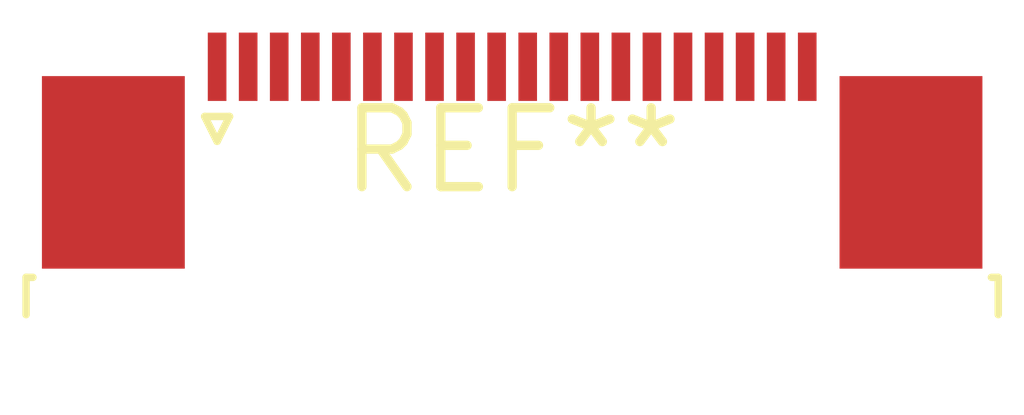
<source format=kicad_pcb>
(kicad_pcb (version 20240108) (generator pcbnew)
  (layers (0 "F.Cu" signal) (31 "B.Cu" signal) (34 "B.Paste" user) (35 "F.Paste" user) (36 "B.SilkS" user "B.Silkscreen") (37 "F.SilkS" user "F.Silkscreen") (38 "B.Mask" user) (39 "F.Mask" user) (44 "Edge.Cuts" user))
  (net 0 "")
  (footprint "TE_2-1734839-0_1x20-1MP_P0.5mm_Horizontal" (layer "F.Cu") (at 0 0)
    (property "Reference" "REF**")
    (property "Value" "PCB Edge")
    (fp_line (start -7.825 2.04) (end -7.825 2.64) (layer "F.SilkS") (stroke (width 0.12)))
    (fp_line (start -7.715 2.04) (end -7.825 2.04) (layer "F.SilkS") (stroke (width 0.12)))
    (fp_line (start -4.95 -0.55) (end -4.75 -0.15) (layer "F.SilkS") (stroke (width 0.12)))
    (fp_line (start -4.75 -0.15) (end -4.55 -0.55) (layer "F.SilkS") (stroke (width 0.12)))
    (fp_line (start -4.55 -0.55) (end -4.95 -0.55) (layer "F.SilkS") (stroke (width 0.12)))
    (fp_line (start 7.715 2.04) (end 7.825 2.04) (layer "F.SilkS") (stroke (width 0.12)))
    (fp_line (start 7.825 2.04) (end 7.825 2.64) (layer "F.SilkS") (stroke (width 0.12)))
    (pad "1" smd rect (at -4.75 -1.35) (size 0.3 1.1) (layers "F.Cu" "F.Paste" "F.Mask"))
    (pad "2" smd rect (at -4.25 -1.35) (size 0.3 1.1) (layers "F.Cu" "F.Paste" "F.Mask"))
    (pad "3" smd rect (at -3.75 -1.35) (size 0.3 1.1) (layers "F.Cu" "F.Paste" "F.Mask"))
    (pad "4" smd rect (at -3.25 -1.35) (size 0.3 1.1) (layers "F.Cu" "F.Paste" "F.Mask"))
    (pad "5" smd rect (at -2.75 -1.35) (size 0.3 1.1) (layers "F.Cu" "F.Paste" "F.Mask"))
    (pad "6" smd rect (at -2.25 -1.35) (size 0.3 1.1) (layers "F.Cu" "F.Paste" "F.Mask"))
    (pad "7" smd rect (at -1.75 -1.35) (size 0.3 1.1) (layers "F.Cu" "F.Paste" "F.Mask"))
    (pad "8" smd rect (at -1.25 -1.35) (size 0.3 1.1) (layers "F.Cu" "F.Paste" "F.Mask"))
    (pad "9" smd rect (at -0.75 -1.35) (size 0.3 1.1) (layers "F.Cu" "F.Paste" "F.Mask"))
    (pad "10" smd rect (at -0.25 -1.35) (size 0.3 1.1) (layers "F.Cu" "F.Paste" "F.Mask"))
    (pad "11" smd rect (at 0.25 -1.35) (size 0.3 1.1) (layers "F.Cu" "F.Paste" "F.Mask"))
    (pad "12" smd rect (at 0.75 -1.35) (size 0.3 1.1) (layers "F.Cu" "F.Paste" "F.Mask"))
    (pad "13" smd rect (at 1.25 -1.35) (size 0.3 1.1) (layers "F.Cu" "F.Paste" "F.Mask"))
    (pad "14" smd rect (at 1.75 -1.35) (size 0.3 1.1) (layers "F.Cu" "F.Paste" "F.Mask"))
    (pad "15" smd rect (at 2.25 -1.35) (size 0.3 1.1) (layers "F.Cu" "F.Paste" "F.Mask"))
    (pad "16" smd rect (at 2.75 -1.35) (size 0.3 1.1) (layers "F.Cu" "F.Paste" "F.Mask"))
    (pad "17" smd rect (at 3.25 -1.35) (size 0.3 1.1) (layers "F.Cu" "F.Paste" "F.Mask"))
    (pad "18" smd rect (at 3.75 -1.35) (size 0.3 1.1) (layers "F.Cu" "F.Paste" "F.Mask"))
    (pad "19" smd rect (at 4.25 -1.35) (size 0.3 1.1) (layers "F.Cu" "F.Paste" "F.Mask"))
    (pad "20" smd rect (at 4.75 -1.35) (size 0.3 1.1) (layers "F.Cu" "F.Paste" "F.Mask"))
    (pad "MP" smd rect (at -6.42 0.35) (size 2.3 3.1) (layers "F.Cu" "F.Paste" "F.Mask"))
    (pad "MP" smd rect (at 6.42 0.35) (size 2.3 3.1) (layers "F.Cu" "F.Paste" "F.Mask"))
  )
)
</source>
